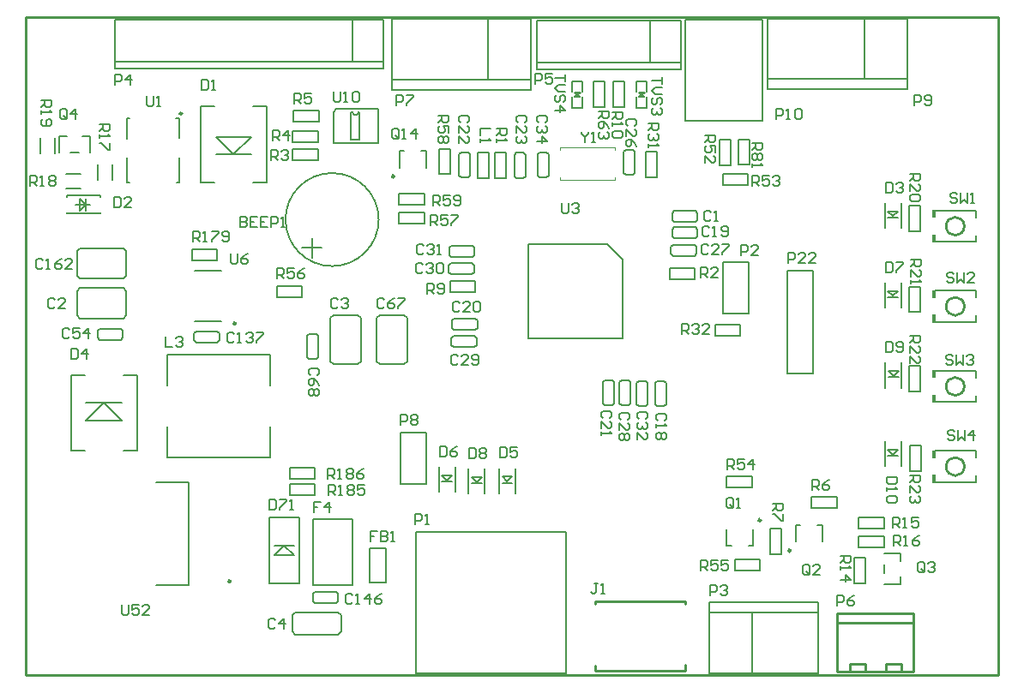
<source format=gto>
%FSLAX25Y25*%
%MOIN*%
G70*
G01*
G75*
%ADD10R,0.02756X0.03347*%
%ADD11R,0.03543X0.03740*%
%ADD12R,0.03543X0.03740*%
%ADD13R,0.05118X0.03937*%
%ADD14R,0.05315X0.02559*%
%ADD15R,0.12992X0.09843*%
%ADD16R,0.10630X0.03937*%
%ADD17R,0.06299X0.12598*%
%ADD18R,0.13780X0.05118*%
%ADD19R,0.07874X0.07874*%
%ADD20R,0.04724X0.01969*%
%ADD21R,0.01181X0.03937*%
%ADD22R,0.02362X0.03937*%
%ADD23R,0.03937X0.07087*%
%ADD24R,0.07284X0.03740*%
%ADD25R,0.26772X0.26772*%
%ADD26R,0.07480X0.11811*%
%ADD27O,0.06890X0.02362*%
%ADD28R,0.03937X0.10630*%
%ADD29R,0.03347X0.02756*%
%ADD30O,0.01181X0.06299*%
%ADD31O,0.06299X0.01181*%
%ADD32R,0.01181X0.06299*%
%ADD33R,0.04331X0.04724*%
%ADD34R,0.04000X0.03000*%
%ADD35R,0.03000X0.04000*%
%ADD36R,0.09843X0.14410*%
%ADD37R,0.07874X0.14410*%
%ADD38R,0.06299X0.01969*%
%ADD39R,0.02126X0.03543*%
%ADD40R,0.06693X0.07874*%
%ADD41R,0.03000X0.03150*%
%ADD42R,0.03937X0.02362*%
%ADD43R,0.04843X0.05354*%
%ADD44C,0.00800*%
%ADD45C,0.04000*%
%ADD46C,0.01000*%
%ADD47C,0.02000*%
%ADD48C,0.03000*%
%ADD49C,0.01500*%
%ADD50C,0.07874*%
%ADD51R,0.07874X0.07874*%
%ADD52C,0.05906*%
%ADD53R,0.05906X0.05906*%
%ADD54R,0.05906X0.05906*%
%ADD55O,0.03937X0.08268*%
%ADD56C,0.02638*%
%ADD57O,0.07874X0.15748*%
%ADD58C,0.19685*%
%ADD59O,0.04724X0.06299*%
%ADD60R,0.04724X0.06299*%
%ADD61O,0.07874X0.11811*%
%ADD62R,0.07874X0.11811*%
%ADD63C,0.08268*%
%ADD64C,0.03000*%
%ADD65C,0.02000*%
%ADD66C,0.04500*%
%ADD67C,0.05000*%
%ADD68C,0.04000*%
%ADD69C,0.05500*%
%ADD70C,0.00984*%
%ADD71C,0.00600*%
%ADD72C,0.00500*%
%ADD73C,0.00787*%
%ADD74C,0.00700*%
%ADD75C,0.00493*%
G36*
X353623Y105999D02*
X352423D01*
Y109090D01*
X353623D01*
Y105999D01*
D02*
G37*
G36*
Y115644D02*
X352423D01*
Y118734D01*
X353623D01*
Y115644D01*
D02*
G37*
G36*
Y74832D02*
X352423D01*
Y77923D01*
X353623D01*
Y74832D01*
D02*
G37*
G36*
Y84477D02*
X352423D01*
Y87568D01*
X353623D01*
Y84477D01*
D02*
G37*
G36*
Y168332D02*
X352423D01*
Y171423D01*
X353623D01*
Y168332D01*
D02*
G37*
G36*
Y177977D02*
X352423D01*
Y181068D01*
X353623D01*
Y177977D01*
D02*
G37*
G36*
Y137166D02*
X352423D01*
Y140256D01*
X353623D01*
Y137166D01*
D02*
G37*
G36*
Y146810D02*
X352423D01*
Y149901D01*
X353623D01*
Y146810D01*
D02*
G37*
D44*
X127019Y219112D02*
G03*
X129381Y219112I1181J0D01*
G01*
X126500D02*
X127019D01*
X129381D02*
X129800D01*
X120720Y220293D02*
X136862D01*
X119538Y219112D02*
X120720Y220293D01*
X119538Y206907D02*
Y219112D01*
Y206907D02*
X136862D01*
Y220293D01*
X126500Y208482D02*
Y219112D01*
Y208482D02*
X129800D01*
Y219112D01*
D46*
X60800Y218600D02*
G03*
X60800Y218600I-500J0D01*
G01*
X364843Y81200D02*
G03*
X364843Y81200I-3543J0D01*
G01*
Y112367D02*
G03*
X364843Y112367I-3543J0D01*
G01*
Y143533D02*
G03*
X364843Y143533I-3543J0D01*
G01*
Y174700D02*
G03*
X364843Y174700I-3543J0D01*
G01*
X315436Y20500D02*
X344964D01*
X315436Y1551D02*
X344964D01*
Y23992D01*
X315436D02*
X344767D01*
X315436Y1551D02*
Y23992D01*
X320200Y1925D02*
Y4425D01*
X326200D01*
X326200Y1925D01*
X334200D02*
Y4425D01*
X340200D01*
X340200Y1925D01*
X221200Y28672D02*
X256397D01*
X221200Y1900D02*
X256397D01*
X221200D02*
Y3900D01*
X256397Y1900D02*
Y4003D01*
Y27697D02*
Y28672D01*
X221200Y27600D02*
Y28672D01*
X213300Y226900D02*
X215300D01*
X238200D02*
X240200D01*
X0Y255906D02*
X377953D01*
Y0D02*
Y255906D01*
X0Y0D02*
Y256000D01*
Y0D02*
X377953D01*
D70*
X285769Y60321D02*
G03*
X285769Y60321I-492J0D01*
G01*
X143315Y194079D02*
G03*
X143315Y194079I-492J0D01*
G01*
X79692Y36565D02*
G03*
X79692Y36565I-492J0D01*
G01*
X81628Y136854D02*
G03*
X81628Y136854I-492J0D01*
G01*
X297315Y48479D02*
G03*
X297315Y48479I-492J0D01*
G01*
D71*
X137210Y177300D02*
G03*
X137210Y177300I-18110J0D01*
G01*
X111226Y162339D02*
Y170213D01*
X107289Y166276D02*
X115163Y166276D01*
X369277Y75132D02*
Y77723D01*
X353323Y75132D02*
X369277D01*
Y84677D02*
Y87268D01*
X353323D02*
X369277D01*
Y106299D02*
Y108889D01*
X353323Y106299D02*
X369277D01*
Y115844D02*
Y118434D01*
X353323D02*
X369277D01*
Y137466D02*
Y140056D01*
X353323Y137466D02*
X369277D01*
Y147011D02*
Y149601D01*
X353323D02*
X369277D01*
Y168632D02*
Y171223D01*
X353323Y168632D02*
X369277D01*
Y178177D02*
Y180768D01*
X353323D02*
X369277D01*
D72*
X145126Y175635D02*
X154969D01*
X145126Y179965D02*
X154969D01*
Y175635D02*
Y179965D01*
X145126Y175635D02*
Y179965D01*
X305426Y65135D02*
X315268D01*
X305426Y69465D02*
X315268D01*
Y65135D02*
Y69465D01*
X305426Y65135D02*
Y69465D01*
X272431Y77365D02*
X282274D01*
X272431Y73035D02*
X282274D01*
X272431D02*
Y77365D01*
X282274Y73035D02*
Y77365D01*
X282500Y758D02*
Y24380D01*
X265689Y758D02*
Y28317D01*
X308000Y758D02*
Y28317D01*
X265689Y758D02*
X308000D01*
X265689Y28317D02*
X308000D01*
X265689Y24380D02*
X308000D01*
X139950Y35944D02*
Y49330D01*
X133650Y35944D02*
Y49330D01*
X139950Y48346D02*
X139950D01*
X133650Y35944D02*
X139950D01*
X133650Y49330D02*
X139950D01*
X333950Y143100D02*
Y152800D01*
X335100Y149562D02*
X337069Y147594D01*
X339037Y149562D01*
X335100D02*
X339037D01*
X335100Y147200D02*
X339037D01*
X340250Y143100D02*
Y152800D01*
X333950Y174100D02*
Y183800D01*
X335100Y180562D02*
X337069Y178594D01*
X339037Y180562D01*
X335100D02*
X339037D01*
X335100Y178200D02*
X339037D01*
X340250Y174100D02*
Y183800D01*
X334150Y111900D02*
Y121600D01*
X335300Y118362D02*
X337268Y116394D01*
X339237Y118362D01*
X335300D02*
X339237D01*
X335300Y116000D02*
X339237D01*
X340450Y111900D02*
Y121600D01*
X130206Y122231D02*
Y138964D01*
X118394Y122231D02*
Y138964D01*
X129024Y121050D02*
X130206Y122231D01*
X118394D02*
X119576Y121050D01*
X118394Y138964D02*
X119576Y140145D01*
X129024D02*
X130206Y138964D01*
X119576Y121050D02*
X129024D01*
X119576Y140145D02*
X129024D01*
X104026Y215435D02*
X113868D01*
X104026Y219765D02*
X113868D01*
Y215435D02*
Y219765D01*
X104026Y215435D02*
Y219765D01*
X184050Y70800D02*
Y80500D01*
X185200Y77262D02*
X187169Y75294D01*
X189137Y77262D01*
X185200D02*
X189137D01*
X185200Y74900D02*
X189137D01*
X190350Y70800D02*
Y80500D01*
X97526Y147235D02*
X107369D01*
X97526Y151565D02*
X107369D01*
Y147235D02*
Y151565D01*
X97526Y147235D02*
Y151565D01*
X166519Y134435D02*
X174787D01*
X175574Y135222D02*
Y137978D01*
X165732Y135222D02*
Y137978D01*
X166519Y138765D02*
X174787D01*
X165732Y137978D02*
X166519Y138765D01*
X165732Y135222D02*
X166519Y134435D01*
X174787D02*
X175574Y135222D01*
X174787Y138765D02*
X175574Y137978D01*
X64631Y165865D02*
X74474D01*
X64631Y161535D02*
X74474D01*
X64631D02*
Y165865D01*
X74474Y161535D02*
Y165865D01*
X54900Y124857D02*
X95057D01*
X54900Y112700D02*
Y124857D01*
Y84700D02*
X95057D01*
Y112700D02*
Y124857D01*
Y84700D02*
Y96858D01*
X54900Y84700D02*
Y96858D01*
X148205Y122231D02*
Y138964D01*
X136395Y122231D02*
Y138964D01*
X147024Y121050D02*
X148205Y122231D01*
X136395D02*
X137576Y121050D01*
X136395Y138964D02*
X137576Y140145D01*
X147024D02*
X148205Y138964D01*
X137576Y121050D02*
X147024D01*
X137576Y140145D02*
X147024D01*
X111823Y35046D02*
Y60637D01*
X127177Y35046D02*
Y60637D01*
X111823D02*
X127177D01*
X111823Y35046D02*
X127177D01*
X94595Y35582D02*
X106405D01*
Y61566D01*
X94595D02*
X106405D01*
X94595Y35582D02*
Y61566D01*
X96563Y46606D02*
X104437D01*
X96563Y50542D02*
X104437D01*
X96563Y46606D02*
X100500Y50542D01*
X104437Y46606D01*
X172150Y70700D02*
Y80400D01*
X173300Y77162D02*
X175268Y75194D01*
X177237Y77162D01*
X173300D02*
X177237D01*
X173300Y74800D02*
X177237D01*
X178450Y70700D02*
Y80400D01*
X160650Y71400D02*
Y81100D01*
X161800Y77862D02*
X163768Y75894D01*
X165737Y77862D01*
X161800D02*
X165737D01*
X161800Y75500D02*
X165737D01*
X166950Y71400D02*
Y81100D01*
X151800Y55900D02*
X210068D01*
Y782D02*
Y55900D01*
X151800Y782D02*
X210068D01*
X151800D02*
Y55900D01*
X13131Y203569D02*
Y209868D01*
X24942Y203569D02*
Y209868D01*
X17265Y203569D02*
X20809D01*
X13131Y209868D02*
X16084D01*
X21990D02*
X24942D01*
X104732Y15769D02*
X121464D01*
X104732Y24431D02*
X121464D01*
X103550Y16950D02*
X104732Y15769D01*
X103550Y23250D02*
X104732Y24431D01*
X121464D02*
X122645Y23250D01*
X121464Y15769D02*
X122645Y16950D01*
X103550D02*
Y23250D01*
X122645Y16950D02*
Y23250D01*
X112319Y28035D02*
X120587D01*
X121374Y28822D02*
Y31578D01*
X111531Y28822D02*
Y31578D01*
X112319Y32365D02*
X120587D01*
X111531Y31578D02*
X112319Y32365D01*
X111531Y28822D02*
X112319Y28035D01*
X120587D02*
X121374Y28822D01*
X120587Y32365D02*
X121374Y31578D01*
X102626Y76435D02*
X112469D01*
X102626Y80765D02*
X112469D01*
Y76435D02*
Y80765D01*
X102626Y76435D02*
Y80765D01*
Y69935D02*
X112469D01*
X102626Y74265D02*
X112469D01*
Y69935D02*
Y74265D01*
X102626Y69935D02*
Y74265D01*
X66219Y129535D02*
X74487D01*
X75274Y130322D02*
Y133078D01*
X65431Y130322D02*
Y133078D01*
X66219Y133865D02*
X74487D01*
X65431Y133078D02*
X66219Y133865D01*
X65431Y130322D02*
X66219Y129535D01*
X74487D02*
X75274Y130322D01*
X74487Y133865D02*
X75274Y133078D01*
X28719Y130535D02*
X36987D01*
X37774Y131322D02*
Y134078D01*
X27931Y131322D02*
Y134078D01*
X28719Y134865D02*
X36987D01*
X27931Y134078D02*
X28719Y134865D01*
X27931Y131322D02*
X28719Y130535D01*
X36987D02*
X37774Y131322D01*
X36987Y134865D02*
X37774Y134078D01*
X21136Y150605D02*
X37868D01*
X21136Y138795D02*
X37868D01*
Y150605D02*
X39050Y149424D01*
X37868Y138795D02*
X39050Y139976D01*
X19955D02*
X21136Y138795D01*
X19955Y149424D02*
X21136Y150605D01*
X39050Y139976D02*
Y149424D01*
X19955Y139976D02*
Y149424D01*
X21136Y166105D02*
X37868D01*
X21136Y154295D02*
X37868D01*
Y166105D02*
X39050Y164924D01*
X37868Y154295D02*
X39050Y155476D01*
X19955D02*
X21136Y154295D01*
X19955Y164924D02*
X21136Y166105D01*
X39050Y155476D02*
Y164924D01*
X19955Y155476D02*
Y164924D01*
X113665Y123719D02*
Y131987D01*
X110122Y132774D02*
X112878D01*
X110122Y122932D02*
X112878D01*
X109335Y123719D02*
Y131987D01*
Y123719D02*
X110122Y122932D01*
X112878D02*
X113665Y123719D01*
X112878Y132774D02*
X113665Y131987D01*
X109335D02*
X110122Y132774D01*
X166219Y127635D02*
X174487D01*
X175274Y128422D02*
Y131178D01*
X165431Y128422D02*
Y131178D01*
X166219Y131965D02*
X174487D01*
X165431Y131178D02*
X166219Y131965D01*
X165431Y128422D02*
X166219Y127635D01*
X174487D02*
X175274Y128422D01*
X174487Y131965D02*
X175274Y131178D01*
X164931Y153565D02*
X174774D01*
X164931Y149235D02*
X174774D01*
X164931D02*
Y153565D01*
X174774Y149235D02*
Y153565D01*
X165219Y155935D02*
X173487D01*
X174274Y156722D02*
Y159478D01*
X164432Y156722D02*
Y159478D01*
X165219Y160265D02*
X173487D01*
X164432Y159478D02*
X165219Y160265D01*
X164432Y156722D02*
X165219Y155935D01*
X173487D02*
X174274Y156722D01*
X173487Y160265D02*
X174274Y159478D01*
X165419Y162735D02*
X173687D01*
X174474Y163522D02*
Y166278D01*
X164631Y163522D02*
Y166278D01*
X165419Y167065D02*
X173687D01*
X164631Y166278D02*
X165419Y167065D01*
X164631Y163522D02*
X165419Y162735D01*
X173687D02*
X174474Y163522D01*
X173687Y167065D02*
X174474Y166278D01*
X226059Y167760D02*
X232102Y161716D01*
Y131028D02*
Y161716D01*
X195370Y131028D02*
X232102D01*
X195370D02*
Y167760D01*
X195370D02*
X226059D01*
X228665Y105719D02*
Y113987D01*
X225122Y114774D02*
X227878D01*
X225122Y104931D02*
X227878D01*
X224335Y105719D02*
Y113987D01*
Y105719D02*
X225122Y104931D01*
X227878D02*
X228665Y105719D01*
X227878Y114774D02*
X228665Y113987D01*
X224335D02*
X225122Y114774D01*
X235165Y105819D02*
Y114087D01*
X231622Y114874D02*
X234378D01*
X231622Y105032D02*
X234378D01*
X230835Y105819D02*
Y114087D01*
Y105819D02*
X231622Y105032D01*
X234378D02*
X235165Y105819D01*
X234378Y114874D02*
X235165Y114087D01*
X230835D02*
X231622Y114874D01*
X241765Y105419D02*
Y113687D01*
X238222Y114474D02*
X240978D01*
X238222Y104631D02*
X240978D01*
X237435Y105419D02*
Y113687D01*
Y105419D02*
X238222Y104631D01*
X240978D02*
X241765Y105419D01*
X240978Y114474D02*
X241765Y113687D01*
X237435D02*
X238222Y114474D01*
X248865Y105419D02*
Y113687D01*
X245322Y114474D02*
X248078D01*
X245322Y104631D02*
X248078D01*
X244535Y105419D02*
Y113687D01*
Y105419D02*
X245322Y104631D01*
X248078D02*
X248865Y105419D01*
X248078Y114474D02*
X248865Y113687D01*
X244535D02*
X245322Y114474D01*
X145031Y187465D02*
X154874D01*
X145031Y183135D02*
X154874D01*
X145031D02*
Y187465D01*
X154874Y183135D02*
Y187465D01*
X19500Y183200D02*
X25000D01*
X29000Y179657D02*
Y180200D01*
Y186200D02*
Y186743D01*
X16000Y179657D02*
Y180200D01*
Y186200D02*
Y186743D01*
X23400Y180800D02*
Y185524D01*
X21038D02*
X23400Y183162D01*
X21038Y180800D02*
Y185524D01*
Y180800D02*
X23400Y183162D01*
X16000Y179657D02*
X29000D01*
X16000Y186743D02*
X29000D01*
X58600Y191900D02*
X59600D01*
X39324D02*
X40300D01*
X58500Y216900D02*
X59600D01*
X39324D02*
X40200D01*
X39324Y191900D02*
Y201349D01*
Y208600D02*
Y216900D01*
X59600Y191900D02*
Y201349D01*
Y209100D02*
Y216900D01*
X103726Y200535D02*
X113568D01*
X103726Y204865D02*
X113568D01*
Y200535D02*
Y204865D01*
X103726Y200535D02*
Y204865D01*
X103832Y211865D02*
X113674D01*
X103832Y207535D02*
X113674D01*
X103832D02*
Y211865D01*
X113674Y207535D02*
Y211865D01*
X34800Y254914D02*
X139071D01*
Y236017D02*
Y254914D01*
X34800Y236017D02*
X139071D01*
X34800Y238576D02*
X139071D01*
X127063D02*
Y254914D01*
X34800Y236017D02*
Y254914D01*
X179700Y231720D02*
Y255342D01*
X196511Y227783D02*
Y255342D01*
X142200Y227783D02*
Y255342D01*
X196511D01*
X142200Y227783D02*
X196511D01*
X142200Y231720D02*
X196511D01*
X164965Y194926D02*
Y204768D01*
X160635Y194926D02*
Y204768D01*
X164965D01*
X160635Y194926D02*
X164965D01*
X168435Y194413D02*
Y202681D01*
X169222Y193626D02*
X171978D01*
X169222Y203468D02*
X171978D01*
X172765Y194413D02*
Y202681D01*
X171978Y203468D02*
X172765Y202681D01*
X168435D02*
X169222Y203468D01*
X168435Y194413D02*
X169222Y193626D01*
X171978D02*
X172765Y194413D01*
X175535Y193431D02*
Y203274D01*
X179865Y193431D02*
Y203274D01*
X175535Y193431D02*
X179865D01*
X175535Y203274D02*
X179865D01*
X186765Y193426D02*
Y203269D01*
X182435Y193426D02*
Y203269D01*
X186765D01*
X182435Y193426D02*
X186765D01*
X189935Y194213D02*
Y202481D01*
X190722Y193426D02*
X193478D01*
X190722Y203269D02*
X193478D01*
X194265Y194213D02*
Y202481D01*
X193478Y203269D02*
X194265Y202481D01*
X189935D02*
X190722Y203269D01*
X189935Y194213D02*
X190722Y193426D01*
X193478D02*
X194265Y194213D01*
X203265Y194419D02*
Y202687D01*
X199722Y203474D02*
X202478D01*
X199722Y193631D02*
X202478D01*
X198935Y194419D02*
Y202687D01*
Y194419D02*
X199722Y193631D01*
X202478D02*
X203265Y194419D01*
X202478Y203474D02*
X203265Y202687D01*
X198935D02*
X199722Y203474D01*
X236765Y195419D02*
Y203687D01*
X233222Y204474D02*
X235978D01*
X233222Y194632D02*
X235978D01*
X232435Y195419D02*
Y203687D01*
Y195419D02*
X233222Y194632D01*
X235978D02*
X236765Y195419D01*
X235978Y204474D02*
X236765Y203687D01*
X232435D02*
X233222Y204474D01*
X245465Y193826D02*
Y203668D01*
X241135Y193826D02*
Y203668D01*
X245465D01*
X241135Y193826D02*
X245465D01*
X224865Y221126D02*
Y230968D01*
X220535Y221126D02*
Y230968D01*
X224865D01*
X220535Y221126D02*
X224865D01*
X232665D02*
Y230968D01*
X228335Y221126D02*
Y230968D01*
X232665D01*
X228335Y221126D02*
X232665D01*
X273965Y198426D02*
Y208268D01*
X269635Y198426D02*
Y208268D01*
X273965D01*
X269635Y198426D02*
X273965D01*
X281465Y198626D02*
Y208469D01*
X277135Y198626D02*
Y208469D01*
X281465D01*
X277135Y198626D02*
X281465D01*
X270926Y190735D02*
X280768D01*
X270926Y195065D02*
X280768D01*
Y190735D02*
Y195065D01*
X270926Y190735D02*
Y195065D01*
X252013Y180665D02*
X260281D01*
X251226Y177122D02*
Y179878D01*
X261069Y177122D02*
Y179878D01*
X252013Y176335D02*
X260281D01*
X261069Y177122D01*
X260281Y180665D02*
X261069Y179878D01*
X251226D02*
X252013Y180665D01*
X251226Y177122D02*
X252013Y176335D01*
X251613Y167565D02*
X259881D01*
X250826Y164022D02*
Y166778D01*
X260668Y164022D02*
Y166778D01*
X251613Y163235D02*
X259881D01*
X260668Y164022D01*
X259881Y167565D02*
X260668Y166778D01*
X250826D02*
X251613Y167565D01*
X250826Y164022D02*
X251613Y163235D01*
X250331Y158465D02*
X260174D01*
X250331Y154135D02*
X260174D01*
X250331D02*
Y158465D01*
X260174Y154135D02*
Y158465D01*
X252013Y174265D02*
X260281D01*
X251226Y170722D02*
Y173478D01*
X261069Y170722D02*
Y173478D01*
X252013Y169935D02*
X260281D01*
X261069Y170722D01*
X260281Y174265D02*
X261069Y173478D01*
X251226D02*
X252013Y174265D01*
X251226Y170722D02*
X252013Y169935D01*
X267926Y132035D02*
X277768D01*
X267926Y136365D02*
X277768D01*
Y132035D02*
Y136365D01*
X267926Y132035D02*
Y136365D01*
X275631Y44965D02*
X285474D01*
X275631Y40635D02*
X285474D01*
X275631D02*
Y44965D01*
X285474Y40635D02*
Y44965D01*
X289435Y47131D02*
Y56974D01*
X293765Y47131D02*
Y56974D01*
X289435Y47131D02*
X293765D01*
X289435Y56974D02*
X293765D01*
X323826Y57035D02*
X333668D01*
X323826Y61365D02*
X333668D01*
Y57035D02*
Y61365D01*
X323826Y57035D02*
Y61365D01*
X323726Y49735D02*
X333569D01*
X323726Y54065D02*
X333569D01*
Y49735D02*
Y54065D01*
X323726Y49735D02*
Y54065D01*
X333569Y47368D02*
X339868D01*
X333569Y35557D02*
X339868D01*
X333569Y39691D02*
Y43235D01*
X339868Y44416D02*
Y47368D01*
Y35557D02*
Y38510D01*
X321935Y35831D02*
Y45674D01*
X326265Y35831D02*
Y45674D01*
X321935Y35831D02*
X326265D01*
X321935Y45674D02*
X326265D01*
X333950Y81300D02*
Y91000D01*
X335100Y87762D02*
X337069Y85794D01*
X339037Y87762D01*
X335100D02*
X339037D01*
X335100Y85400D02*
X339037D01*
X340250Y81300D02*
Y91000D01*
X325900Y231920D02*
Y255542D01*
X342711Y227983D02*
Y255542D01*
X288400Y227983D02*
Y255542D01*
X342711D01*
X288400Y227983D02*
X342711D01*
X288400Y231920D02*
X342711D01*
X256450Y255141D02*
X286371D01*
X286300Y215771D02*
Y255200D01*
X256450Y215771D02*
X286300D01*
X256450D02*
Y255141D01*
X198800Y235817D02*
Y254714D01*
X242563Y238376D02*
Y254714D01*
X199000Y238376D02*
X254571D01*
X198800Y235817D02*
X254571D01*
Y254714D01*
X198800D02*
X254571D01*
X343335Y182674D02*
X347665D01*
X343335Y172831D02*
X347665D01*
Y182674D01*
X343335Y172831D02*
Y182674D01*
X343435Y151125D02*
X347765D01*
X343435Y141283D02*
X347765D01*
Y151125D01*
X343435Y141283D02*
Y151125D01*
X343335Y120274D02*
X347665D01*
X343335Y110432D02*
X347665D01*
Y120274D01*
X343335Y110432D02*
Y120274D01*
X343535Y89274D02*
X347865D01*
X343535Y79431D02*
X347865D01*
Y89274D01*
X343535Y79431D02*
Y89274D01*
X262500Y40800D02*
Y44799D01*
X264499D01*
X265166Y44132D01*
Y42799D01*
X264499Y42133D01*
X262500D01*
X263833D02*
X265166Y40800D01*
X269164Y44799D02*
X266499D01*
Y42799D01*
X267832Y43466D01*
X268498D01*
X269164Y42799D01*
Y41466D01*
X268498Y40800D01*
X267165D01*
X266499Y41466D01*
X273163Y44799D02*
X270497D01*
Y42799D01*
X271830Y43466D01*
X272497D01*
X273163Y42799D01*
Y41466D01*
X272497Y40800D01*
X271164D01*
X270497Y41466D01*
X305700Y72200D02*
Y76199D01*
X307699D01*
X308366Y75532D01*
Y74199D01*
X307699Y73533D01*
X305700D01*
X307033D02*
X308366Y72200D01*
X312365Y76199D02*
X311032Y75532D01*
X309699Y74199D01*
Y72866D01*
X310365Y72200D01*
X311698D01*
X312365Y72866D01*
Y73533D01*
X311698Y74199D01*
X309699D01*
X290200Y66700D02*
X294199D01*
Y64701D01*
X293532Y64034D01*
X292199D01*
X291533Y64701D01*
Y66700D01*
Y65367D02*
X290200Y64034D01*
X294199Y62701D02*
Y60036D01*
X293532D01*
X290866Y62701D01*
X290200D01*
X272700Y80100D02*
Y84099D01*
X274699D01*
X275366Y83432D01*
Y82099D01*
X274699Y81433D01*
X272700D01*
X274033D02*
X275366Y80100D01*
X279364Y84099D02*
X276699D01*
Y82099D01*
X278032Y82766D01*
X278698D01*
X279364Y82099D01*
Y80766D01*
X278698Y80100D01*
X277365D01*
X276699Y80766D01*
X282697Y80100D02*
Y84099D01*
X280697Y82099D01*
X283363D01*
X291800Y216500D02*
Y220499D01*
X293799D01*
X294466Y219832D01*
Y218499D01*
X293799Y217833D01*
X291800D01*
X295799Y216500D02*
X297132D01*
X296465D01*
Y220499D01*
X295799Y219832D01*
X299131D02*
X299797Y220499D01*
X301130D01*
X301797Y219832D01*
Y217166D01*
X301130Y216500D01*
X299797D01*
X299131Y217166D01*
Y219832D01*
X345500Y221800D02*
Y225799D01*
X347499D01*
X348166Y225132D01*
Y223799D01*
X347499Y223133D01*
X345500D01*
X349499Y222466D02*
X350165Y221800D01*
X351498D01*
X352165Y222466D01*
Y225132D01*
X351498Y225799D01*
X350165D01*
X349499Y225132D01*
Y224466D01*
X350165Y223799D01*
X352165D01*
X360566Y155932D02*
X359899Y156599D01*
X358566D01*
X357900Y155932D01*
Y155266D01*
X358566Y154599D01*
X359899D01*
X360566Y153933D01*
Y153267D01*
X359899Y152600D01*
X358566D01*
X357900Y153267D01*
X361899Y156599D02*
Y152600D01*
X363232Y153933D01*
X364564Y152600D01*
Y156599D01*
X368563Y152600D02*
X365897D01*
X368563Y155266D01*
Y155932D01*
X367897Y156599D01*
X366564D01*
X365897Y155932D01*
X361866Y187232D02*
X361199Y187899D01*
X359866D01*
X359200Y187232D01*
Y186566D01*
X359866Y185899D01*
X361199D01*
X361866Y185233D01*
Y184566D01*
X361199Y183900D01*
X359866D01*
X359200Y184566D01*
X363199Y187899D02*
Y183900D01*
X364532Y185233D01*
X365864Y183900D01*
Y187899D01*
X367197Y183900D02*
X368530D01*
X367864D01*
Y187899D01*
X367197Y187232D01*
X361066Y94732D02*
X360399Y95399D01*
X359066D01*
X358400Y94732D01*
Y94066D01*
X359066Y93399D01*
X360399D01*
X361066Y92733D01*
Y92066D01*
X360399Y91400D01*
X359066D01*
X358400Y92066D01*
X362399Y95399D02*
Y91400D01*
X363732Y92733D01*
X365065Y91400D01*
Y95399D01*
X368397Y91400D02*
Y95399D01*
X366397Y93399D01*
X369063D01*
X360266Y124132D02*
X359599Y124799D01*
X358266D01*
X357600Y124132D01*
Y123466D01*
X358266Y122799D01*
X359599D01*
X360266Y122133D01*
Y121467D01*
X359599Y120800D01*
X358266D01*
X357600Y121467D01*
X361599Y124799D02*
Y120800D01*
X362932Y122133D01*
X364264Y120800D01*
Y124799D01*
X365597Y124132D02*
X366264Y124799D01*
X367597D01*
X368263Y124132D01*
Y123466D01*
X367597Y122799D01*
X366930D01*
X367597D01*
X368263Y122133D01*
Y121467D01*
X367597Y120800D01*
X366264D01*
X365597Y121467D01*
X343600Y77700D02*
X347599D01*
Y75701D01*
X346932Y75034D01*
X345599D01*
X344933Y75701D01*
Y77700D01*
Y76367D02*
X343600Y75034D01*
Y71035D02*
Y73701D01*
X346266Y71035D01*
X346932D01*
X347599Y71702D01*
Y73035D01*
X346932Y73701D01*
Y69703D02*
X347599Y69036D01*
Y67703D01*
X346932Y67037D01*
X346266D01*
X345599Y67703D01*
Y68370D01*
Y67703D01*
X344933Y67037D01*
X344266D01*
X343600Y67703D01*
Y69036D01*
X344266Y69703D01*
X343900Y161800D02*
X347899D01*
Y159801D01*
X347232Y159134D01*
X345899D01*
X345233Y159801D01*
Y161800D01*
Y160467D02*
X343900Y159134D01*
Y155136D02*
Y157801D01*
X346566Y155136D01*
X347232D01*
X347899Y155802D01*
Y157135D01*
X347232Y157801D01*
X343900Y153803D02*
Y152470D01*
Y153136D01*
X347899D01*
X347232Y153803D01*
X343700Y195000D02*
X347699D01*
Y193001D01*
X347032Y192334D01*
X345699D01*
X345033Y193001D01*
Y195000D01*
Y193667D02*
X343700Y192334D01*
Y188336D02*
Y191001D01*
X346366Y188336D01*
X347032D01*
X347699Y189002D01*
Y190335D01*
X347032Y191001D01*
Y187003D02*
X347699Y186336D01*
Y185003D01*
X347032Y184337D01*
X344366D01*
X343700Y185003D01*
Y186336D01*
X344366Y187003D01*
X347032D01*
X343700Y132100D02*
X347699D01*
Y130101D01*
X347032Y129434D01*
X345699D01*
X345033Y130101D01*
Y132100D01*
Y130767D02*
X343700Y129434D01*
Y125435D02*
Y128101D01*
X346366Y125435D01*
X347032D01*
X347699Y126102D01*
Y127435D01*
X347032Y128101D01*
X343700Y121437D02*
Y124103D01*
X346366Y121437D01*
X347032D01*
X347699Y122103D01*
Y123436D01*
X347032Y124103D01*
X136566Y56099D02*
X133900D01*
Y54099D01*
X135233D01*
X133900D01*
Y52100D01*
X137899Y56099D02*
Y52100D01*
X139898D01*
X140565Y52766D01*
Y53433D01*
X139898Y54099D01*
X137899D01*
X139898D01*
X140565Y54766D01*
Y55432D01*
X139898Y56099D01*
X137899D01*
X141897Y52100D02*
X143230D01*
X142564D01*
Y56099D01*
X141897Y55432D01*
X334200Y160899D02*
Y156900D01*
X336199D01*
X336866Y157566D01*
Y160232D01*
X336199Y160899D01*
X334200D01*
X338199D02*
X340864D01*
Y160232D01*
X338199Y157566D01*
Y156900D01*
X334200Y191899D02*
Y187900D01*
X336199D01*
X336866Y188567D01*
Y191232D01*
X336199Y191899D01*
X334200D01*
X338199Y191232D02*
X338865Y191899D01*
X340198D01*
X340864Y191232D01*
Y190566D01*
X340198Y189899D01*
X339532D01*
X340198D01*
X340864Y189233D01*
Y188567D01*
X340198Y187900D01*
X338865D01*
X338199Y188567D01*
X334400Y129699D02*
Y125700D01*
X336399D01*
X337066Y126366D01*
Y129032D01*
X336399Y129699D01*
X334400D01*
X338399Y126366D02*
X339065Y125700D01*
X340398D01*
X341065Y126366D01*
Y129032D01*
X340398Y129699D01*
X339065D01*
X338399Y129032D01*
Y128366D01*
X339065Y127699D01*
X341065D01*
X338699Y77200D02*
X334700D01*
Y75201D01*
X335366Y74534D01*
X338032D01*
X338699Y75201D01*
Y77200D01*
X334700Y73201D02*
Y71868D01*
Y72535D01*
X338699D01*
X338032Y73201D01*
Y69869D02*
X338699Y69203D01*
Y67870D01*
X338032Y67203D01*
X335366D01*
X334700Y67870D01*
Y69203D01*
X335366Y69869D01*
X338032D01*
X208400Y183699D02*
Y180367D01*
X209066Y179700D01*
X210399D01*
X211066Y180367D01*
Y183699D01*
X212399Y183032D02*
X213065Y183699D01*
X214398D01*
X215065Y183032D01*
Y182366D01*
X214398Y181699D01*
X213732D01*
X214398D01*
X215065Y181033D01*
Y180367D01*
X214398Y179700D01*
X213065D01*
X212399Y180367D01*
X46862Y225399D02*
Y222066D01*
X47529Y221400D01*
X48862D01*
X49528Y222066D01*
Y225399D01*
X50861Y221400D02*
X52194D01*
X51527D01*
Y225399D01*
X50861Y224732D01*
X96866Y21332D02*
X96199Y21999D01*
X94866D01*
X94200Y21332D01*
Y18666D01*
X94866Y18000D01*
X96199D01*
X96866Y18666D01*
X100198Y18000D02*
Y21999D01*
X98199Y19999D01*
X100865D01*
X209599Y233700D02*
Y231034D01*
Y232367D01*
X205600D01*
X209599Y229701D02*
X206933D01*
X205600Y228368D01*
X206933Y227035D01*
X209599D01*
X208932Y223037D02*
X209599Y223703D01*
Y225036D01*
X208932Y225703D01*
X208266D01*
X207599Y225036D01*
Y223703D01*
X206933Y223037D01*
X206266D01*
X205600Y223703D01*
Y225036D01*
X206266Y225703D01*
X205600Y219705D02*
X209599D01*
X207599Y221704D01*
Y219038D01*
X247199Y232600D02*
Y229934D01*
Y231267D01*
X243200D01*
X247199Y228601D02*
X244533D01*
X243200Y227268D01*
X244533Y225936D01*
X247199D01*
X246532Y221937D02*
X247199Y222603D01*
Y223936D01*
X246532Y224603D01*
X245866D01*
X245199Y223936D01*
Y222603D01*
X244533Y221937D01*
X243866D01*
X243200Y222603D01*
Y223936D01*
X243866Y224603D01*
X246532Y220604D02*
X247199Y219937D01*
Y218604D01*
X246532Y217938D01*
X245866D01*
X245199Y218604D01*
Y219271D01*
Y218604D01*
X244533Y217938D01*
X243866D01*
X243200Y218604D01*
Y219937D01*
X243866Y220604D01*
X197900Y230100D02*
Y234099D01*
X199899D01*
X200566Y233432D01*
Y232099D01*
X199899Y231433D01*
X197900D01*
X204564Y234099D02*
X201899D01*
Y232099D01*
X203232Y232766D01*
X203898D01*
X204564Y232099D01*
Y230766D01*
X203898Y230100D01*
X202565D01*
X201899Y230766D01*
X16066Y216966D02*
Y219632D01*
X15399Y220299D01*
X14066D01*
X13400Y219632D01*
Y216966D01*
X14066Y216300D01*
X15399D01*
X14733Y217633D02*
X16066Y216300D01*
X15399D02*
X16066Y216966D01*
X19398Y216300D02*
Y220299D01*
X17399Y218299D01*
X20064D01*
X304766Y39766D02*
Y42432D01*
X304099Y43099D01*
X302766D01*
X302100Y42432D01*
Y39766D01*
X302766Y39100D01*
X304099D01*
X303433Y40433D02*
X304766Y39100D01*
X304099D02*
X304766Y39766D01*
X308765Y39100D02*
X306099D01*
X308765Y41766D01*
Y42432D01*
X308098Y43099D01*
X306765D01*
X306099Y42432D01*
X34400Y186099D02*
Y182100D01*
X36399D01*
X37066Y182766D01*
Y185432D01*
X36399Y186099D01*
X34400D01*
X41065Y182100D02*
X38399D01*
X41065Y184766D01*
Y185432D01*
X40398Y186099D01*
X39065D01*
X38399Y185432D01*
X68200Y231799D02*
Y227800D01*
X70199D01*
X70866Y228466D01*
Y231132D01*
X70199Y231799D01*
X68200D01*
X72199Y227800D02*
X73532D01*
X72865D01*
Y231799D01*
X72199Y231132D01*
X222700Y219500D02*
X226699D01*
Y217501D01*
X226032Y216834D01*
X224699D01*
X224033Y217501D01*
Y219500D01*
Y218167D02*
X222700Y216834D01*
X226699Y212836D02*
X226032Y214168D01*
X224699Y215501D01*
X223366D01*
X222700Y214835D01*
Y213502D01*
X223366Y212836D01*
X224033D01*
X224699Y213502D01*
Y215501D01*
X226032Y211503D02*
X226699Y210836D01*
Y209503D01*
X226032Y208837D01*
X225366D01*
X224699Y209503D01*
Y210170D01*
Y209503D01*
X224033Y208837D01*
X223366D01*
X222700Y209503D01*
Y210836D01*
X223366Y211503D01*
X254900Y132600D02*
Y136599D01*
X256899D01*
X257566Y135932D01*
Y134599D01*
X256899Y133933D01*
X254900D01*
X256233D02*
X257566Y132600D01*
X258899Y135932D02*
X259565Y136599D01*
X260898D01*
X261564Y135932D01*
Y135266D01*
X260898Y134599D01*
X260232D01*
X260898D01*
X261564Y133933D01*
Y133266D01*
X260898Y132600D01*
X259565D01*
X258899Y133266D01*
X265563Y132600D02*
X262897D01*
X265563Y135266D01*
Y135932D01*
X264897Y136599D01*
X263564D01*
X262897Y135932D01*
X6100Y223700D02*
X10099D01*
Y221701D01*
X9432Y221034D01*
X8099D01*
X7433Y221701D01*
Y223700D01*
Y222367D02*
X6100Y221034D01*
Y219701D02*
Y218368D01*
Y219035D01*
X10099D01*
X9432Y219701D01*
X6767Y216369D02*
X6100Y215703D01*
Y214370D01*
X6767Y213703D01*
X9432D01*
X10099Y214370D01*
Y215703D01*
X9432Y216369D01*
X8766D01*
X8099Y215703D01*
Y213703D01*
X1600Y190500D02*
Y194499D01*
X3599D01*
X4266Y193832D01*
Y192499D01*
X3599Y191833D01*
X1600D01*
X2933D02*
X4266Y190500D01*
X5599D02*
X6932D01*
X6265D01*
Y194499D01*
X5599Y193832D01*
X8931D02*
X9597Y194499D01*
X10930D01*
X11597Y193832D01*
Y193166D01*
X10930Y192499D01*
X11597Y191833D01*
Y191166D01*
X10930Y190500D01*
X9597D01*
X8931Y191166D01*
Y191833D01*
X9597Y192499D01*
X8931Y193166D01*
Y193832D01*
X9597Y192499D02*
X10930D01*
X28600Y214300D02*
X32599D01*
Y212301D01*
X31932Y211634D01*
X30599D01*
X29933Y212301D01*
Y214300D01*
Y212967D02*
X28600Y211634D01*
Y210301D02*
Y208968D01*
Y209635D01*
X32599D01*
X31932Y210301D01*
X32599Y206969D02*
Y204303D01*
X31932D01*
X29266Y206969D01*
X28600D01*
X337500Y50400D02*
Y54399D01*
X339499D01*
X340166Y53732D01*
Y52399D01*
X339499Y51733D01*
X337500D01*
X338833D02*
X340166Y50400D01*
X341499D02*
X342832D01*
X342165D01*
Y54399D01*
X341499Y53732D01*
X347497Y54399D02*
X346164Y53732D01*
X344831Y52399D01*
Y51066D01*
X345497Y50400D01*
X346830D01*
X347497Y51066D01*
Y51733D01*
X346830Y52399D01*
X344831D01*
X337002Y57498D02*
Y61496D01*
X339002D01*
X339668Y60830D01*
Y59497D01*
X339002Y58830D01*
X337002D01*
X338335D02*
X339668Y57498D01*
X341001D02*
X342334D01*
X341668D01*
Y61496D01*
X341001Y60830D01*
X346999Y61496D02*
X344333D01*
Y59497D01*
X345666Y60163D01*
X346333D01*
X346999Y59497D01*
Y58164D01*
X346333Y57498D01*
X345000D01*
X344333Y58164D01*
X316700Y46400D02*
X320699D01*
Y44401D01*
X320032Y43734D01*
X318699D01*
X318033Y44401D01*
Y46400D01*
Y45067D02*
X316700Y43734D01*
Y42401D02*
Y41068D01*
Y41735D01*
X320699D01*
X320032Y42401D01*
X316700Y37070D02*
X320699D01*
X318699Y39069D01*
Y36403D01*
X104300Y222500D02*
Y226499D01*
X106299D01*
X106966Y225832D01*
Y224499D01*
X106299Y223833D01*
X104300D01*
X105633D02*
X106966Y222500D01*
X110965Y226499D02*
X108299D01*
Y224499D01*
X109632Y225166D01*
X110298D01*
X110965Y224499D01*
Y223166D01*
X110298Y222500D01*
X108965D01*
X108299Y223166D01*
X96000Y208000D02*
Y211999D01*
X97999D01*
X98666Y211332D01*
Y209999D01*
X97999Y209333D01*
X96000D01*
X97333D02*
X98666Y208000D01*
X101998D02*
Y211999D01*
X99999Y209999D01*
X102664D01*
X95500Y200300D02*
Y204299D01*
X97499D01*
X98166Y203632D01*
Y202299D01*
X97499Y201633D01*
X95500D01*
X96833D02*
X98166Y200300D01*
X99499Y203632D02*
X100165Y204299D01*
X101498D01*
X102164Y203632D01*
Y202966D01*
X101498Y202299D01*
X100832D01*
X101498D01*
X102164Y201633D01*
Y200967D01*
X101498Y200300D01*
X100165D01*
X99499Y200967D01*
X262300Y154800D02*
Y158799D01*
X264299D01*
X264966Y158132D01*
Y156799D01*
X264299Y156133D01*
X262300D01*
X263633D02*
X264966Y154800D01*
X268965D02*
X266299D01*
X268965Y157466D01*
Y158132D01*
X268298Y158799D01*
X266965D01*
X266299Y158132D01*
X349366Y40866D02*
Y43532D01*
X348699Y44199D01*
X347366D01*
X346700Y43532D01*
Y40866D01*
X347366Y40200D01*
X348699D01*
X348033Y41533D02*
X349366Y40200D01*
X348699D02*
X349366Y40866D01*
X350699Y43532D02*
X351365Y44199D01*
X352698D01*
X353364Y43532D01*
Y42866D01*
X352698Y42199D01*
X352032D01*
X352698D01*
X353364Y41533D01*
Y40866D01*
X352698Y40200D01*
X351365D01*
X350699Y40866D01*
X274866Y65766D02*
Y68432D01*
X274199Y69099D01*
X272866D01*
X272200Y68432D01*
Y65766D01*
X272866Y65100D01*
X274199D01*
X273533Y66433D02*
X274866Y65100D01*
X274199D02*
X274866Y65766D01*
X276199Y65100D02*
X277532D01*
X276865D01*
Y69099D01*
X276199Y68432D01*
X184300Y88599D02*
Y84600D01*
X186299D01*
X186966Y85266D01*
Y87932D01*
X186299Y88599D01*
X184300D01*
X190964D02*
X188299D01*
Y86599D01*
X189632Y87266D01*
X190298D01*
X190964Y86599D01*
Y85266D01*
X190298Y84600D01*
X188965D01*
X188299Y85266D01*
X6666Y161432D02*
X5999Y162099D01*
X4666D01*
X4000Y161432D01*
Y158766D01*
X4666Y158100D01*
X5999D01*
X6666Y158766D01*
X7999Y158100D02*
X9332D01*
X8665D01*
Y162099D01*
X7999Y161432D01*
X13997Y162099D02*
X12664Y161432D01*
X11331Y160099D01*
Y158766D01*
X11997Y158100D01*
X13330D01*
X13997Y158766D01*
Y159433D01*
X13330Y160099D01*
X11331D01*
X17996Y158100D02*
X15330D01*
X17996Y160766D01*
Y161432D01*
X17329Y162099D01*
X15996D01*
X15330Y161432D01*
X121266Y146232D02*
X120599Y146899D01*
X119266D01*
X118600Y146232D01*
Y143567D01*
X119266Y142900D01*
X120599D01*
X121266Y143567D01*
X122599Y146232D02*
X123265Y146899D01*
X124598D01*
X125265Y146232D01*
Y145566D01*
X124598Y144899D01*
X123932D01*
X124598D01*
X125265Y144233D01*
Y143567D01*
X124598Y142900D01*
X123265D01*
X122599Y143567D01*
X266366Y180232D02*
X265699Y180899D01*
X264366D01*
X263700Y180232D01*
Y177567D01*
X264366Y176900D01*
X265699D01*
X266366Y177567D01*
X267699Y176900D02*
X269032D01*
X268365D01*
Y180899D01*
X267699Y180232D01*
X83200Y178499D02*
Y174500D01*
X85199D01*
X85866Y175166D01*
Y175833D01*
X85199Y176499D01*
X83200D01*
X85199D01*
X85866Y177166D01*
Y177832D01*
X85199Y178499D01*
X83200D01*
X89864D02*
X87199D01*
Y174500D01*
X89864D01*
X87199Y176499D02*
X88532D01*
X93863Y178499D02*
X91197D01*
Y174500D01*
X93863D01*
X91197Y176499D02*
X92530D01*
X95196Y174500D02*
Y178499D01*
X97196D01*
X97862Y177832D01*
Y176499D01*
X97196Y175833D01*
X95196D01*
X99195Y174500D02*
X100528D01*
X99861D01*
Y178499D01*
X99195Y177832D01*
X158251Y182730D02*
Y186729D01*
X160250D01*
X160916Y186063D01*
Y184730D01*
X160250Y184063D01*
X158251D01*
X159583D02*
X160916Y182730D01*
X164915Y186729D02*
X162249D01*
Y184730D01*
X163582Y185396D01*
X164249D01*
X164915Y184730D01*
Y183397D01*
X164249Y182730D01*
X162916D01*
X162249Y183397D01*
X166248D02*
X166914Y182730D01*
X168247D01*
X168914Y183397D01*
Y186063D01*
X168247Y186729D01*
X166914D01*
X166248Y186063D01*
Y185396D01*
X166914Y184730D01*
X168914D01*
X160400Y217800D02*
X164399D01*
Y215801D01*
X163732Y215134D01*
X162399D01*
X161733Y215801D01*
Y217800D01*
Y216467D02*
X160400Y215134D01*
X164399Y211136D02*
Y213801D01*
X162399D01*
X163066Y212468D01*
Y211802D01*
X162399Y211136D01*
X161066D01*
X160400Y211802D01*
Y213135D01*
X161066Y213801D01*
X163732Y209803D02*
X164399Y209136D01*
Y207803D01*
X163732Y207137D01*
X163066D01*
X162399Y207803D01*
X161733Y207137D01*
X161066D01*
X160400Y207803D01*
Y209136D01*
X161066Y209803D01*
X161733D01*
X162399Y209136D01*
X163066Y209803D01*
X163732D01*
X162399Y209136D02*
Y207803D01*
X157227Y174973D02*
Y178972D01*
X159226D01*
X159892Y178306D01*
Y176973D01*
X159226Y176306D01*
X157227D01*
X158560D02*
X159892Y174973D01*
X163891Y178972D02*
X161225D01*
Y176973D01*
X162558Y177639D01*
X163225D01*
X163891Y176973D01*
Y175640D01*
X163225Y174973D01*
X161892D01*
X161225Y175640D01*
X165224Y178972D02*
X167890D01*
Y178306D01*
X165224Y175640D01*
Y174973D01*
X97800Y154300D02*
Y158299D01*
X99799D01*
X100466Y157632D01*
Y156299D01*
X99799Y155633D01*
X97800D01*
X99133D02*
X100466Y154300D01*
X104464Y158299D02*
X101799D01*
Y156299D01*
X103132Y156966D01*
X103798D01*
X104464Y156299D01*
Y154966D01*
X103798Y154300D01*
X102465D01*
X101799Y154966D01*
X108463Y158299D02*
X107130Y157632D01*
X105797Y156299D01*
Y154966D01*
X106464Y154300D01*
X107797D01*
X108463Y154966D01*
Y155633D01*
X107797Y156299D01*
X105797D01*
X183100Y212700D02*
X187099D01*
Y210701D01*
X186432Y210034D01*
X185099D01*
X184433Y210701D01*
Y212700D01*
Y211367D02*
X183100Y210034D01*
Y208701D02*
Y207368D01*
Y208035D01*
X187099D01*
X186432Y208701D01*
X242000Y214600D02*
X245999D01*
Y212601D01*
X245332Y211934D01*
X243999D01*
X243333Y212601D01*
Y214600D01*
Y213267D02*
X242000Y211934D01*
X245332Y210601D02*
X245999Y209935D01*
Y208602D01*
X245332Y207936D01*
X244666D01*
X243999Y208602D01*
Y209268D01*
Y208602D01*
X243333Y207936D01*
X242666D01*
X242000Y208602D01*
Y209935D01*
X242666Y210601D01*
X242000Y206603D02*
Y205270D01*
Y205936D01*
X245999D01*
X245332Y206603D01*
X227998Y218938D02*
X231997D01*
Y216939D01*
X231331Y216272D01*
X229998D01*
X229331Y216939D01*
Y218938D01*
Y217605D02*
X227998Y216272D01*
Y214939D02*
Y213606D01*
Y214273D01*
X231997D01*
X231331Y214939D01*
Y211607D02*
X231997Y210941D01*
Y209608D01*
X231331Y208941D01*
X228665D01*
X227998Y209608D01*
Y210941D01*
X228665Y211607D01*
X231331D01*
X202032Y215134D02*
X202699Y215801D01*
Y217134D01*
X202032Y217800D01*
X199366D01*
X198700Y217134D01*
Y215801D01*
X199366Y215134D01*
X202032Y213801D02*
X202699Y213135D01*
Y211802D01*
X202032Y211136D01*
X201366D01*
X200699Y211802D01*
Y212468D01*
Y211802D01*
X200033Y211136D01*
X199366D01*
X198700Y211802D01*
Y213135D01*
X199366Y213801D01*
X198700Y207803D02*
X202699D01*
X200699Y209803D01*
Y207137D01*
X240932Y99634D02*
X241599Y100301D01*
Y101634D01*
X240932Y102300D01*
X238266D01*
X237600Y101634D01*
Y100301D01*
X238266Y99634D01*
X240932Y98301D02*
X241599Y97635D01*
Y96302D01*
X240932Y95635D01*
X240266D01*
X239599Y96302D01*
Y96968D01*
Y96302D01*
X238933Y95635D01*
X238266D01*
X237600Y96302D01*
Y97635D01*
X238266Y98301D01*
X237600Y91637D02*
Y94303D01*
X240266Y91637D01*
X240932D01*
X241599Y92303D01*
Y93636D01*
X240932Y94303D01*
X154766Y167032D02*
X154099Y167699D01*
X152767D01*
X152100Y167032D01*
Y164366D01*
X152767Y163700D01*
X154099D01*
X154766Y164366D01*
X156099Y167032D02*
X156765Y167699D01*
X158098D01*
X158765Y167032D01*
Y166366D01*
X158098Y165699D01*
X157432D01*
X158098D01*
X158765Y165033D01*
Y164366D01*
X158098Y163700D01*
X156765D01*
X156099Y164366D01*
X160097Y163700D02*
X161430D01*
X160764D01*
Y167699D01*
X160097Y167032D01*
X154366Y159832D02*
X153699Y160499D01*
X152366D01*
X151700Y159832D01*
Y157167D01*
X152366Y156500D01*
X153699D01*
X154366Y157167D01*
X155699Y159832D02*
X156365Y160499D01*
X157698D01*
X158364Y159832D01*
Y159166D01*
X157698Y158499D01*
X157032D01*
X157698D01*
X158364Y157833D01*
Y157167D01*
X157698Y156500D01*
X156365D01*
X155699Y157167D01*
X159697Y159832D02*
X160364Y160499D01*
X161697D01*
X162363Y159832D01*
Y157167D01*
X161697Y156500D01*
X160364D01*
X159697Y157167D01*
Y159832D01*
X167966Y124032D02*
X167299Y124699D01*
X165966D01*
X165300Y124032D01*
Y121367D01*
X165966Y120700D01*
X167299D01*
X167966Y121367D01*
X171965Y120700D02*
X169299D01*
X171965Y123366D01*
Y124032D01*
X171298Y124699D01*
X169965D01*
X169299Y124032D01*
X173297Y121367D02*
X173964Y120700D01*
X175297D01*
X175963Y121367D01*
Y124032D01*
X175297Y124699D01*
X173964D01*
X173297Y124032D01*
Y123366D01*
X173964Y122699D01*
X175963D01*
X234132Y99434D02*
X234799Y100101D01*
Y101434D01*
X234132Y102100D01*
X231466D01*
X230800Y101434D01*
Y100101D01*
X231466Y99434D01*
X230800Y95436D02*
Y98101D01*
X233466Y95436D01*
X234132D01*
X234799Y96102D01*
Y97435D01*
X234132Y98101D01*
Y94103D02*
X234799Y93436D01*
Y92103D01*
X234132Y91437D01*
X233466D01*
X232799Y92103D01*
X232133Y91437D01*
X231466D01*
X230800Y92103D01*
Y93436D01*
X231466Y94103D01*
X232133D01*
X232799Y93436D01*
X233466Y94103D01*
X234132D01*
X232799Y93436D02*
Y92103D01*
X265466Y166932D02*
X264799Y167599D01*
X263466D01*
X262800Y166932D01*
Y164267D01*
X263466Y163600D01*
X264799D01*
X265466Y164267D01*
X269464Y163600D02*
X266799D01*
X269464Y166266D01*
Y166932D01*
X268798Y167599D01*
X267465D01*
X266799Y166932D01*
X270797Y167599D02*
X273463D01*
Y166932D01*
X270797Y164267D01*
Y163600D01*
X236732Y213834D02*
X237399Y214501D01*
Y215834D01*
X236732Y216500D01*
X234066D01*
X233400Y215834D01*
Y214501D01*
X234066Y213834D01*
X233400Y209836D02*
Y212501D01*
X236066Y209836D01*
X236732D01*
X237399Y210502D01*
Y211835D01*
X236732Y212501D01*
X237399Y205837D02*
X236732Y207170D01*
X235399Y208503D01*
X234066D01*
X233400Y207836D01*
Y206503D01*
X234066Y205837D01*
X234733D01*
X235399Y206503D01*
Y208503D01*
X193932Y215134D02*
X194599Y215801D01*
Y217134D01*
X193932Y217800D01*
X191267D01*
X190600Y217134D01*
Y215801D01*
X191267Y215134D01*
X190600Y211136D02*
Y213801D01*
X193266Y211136D01*
X193932D01*
X194599Y211802D01*
Y213135D01*
X193932Y213801D01*
Y209803D02*
X194599Y209136D01*
Y207803D01*
X193932Y207137D01*
X193266D01*
X192599Y207803D01*
Y208470D01*
Y207803D01*
X191933Y207137D01*
X191267D01*
X190600Y207803D01*
Y209136D01*
X191267Y209803D01*
X171832Y215134D02*
X172499Y215801D01*
Y217134D01*
X171832Y217800D01*
X169167D01*
X168500Y217134D01*
Y215801D01*
X169167Y215134D01*
X168500Y211136D02*
Y213801D01*
X171166Y211136D01*
X171832D01*
X172499Y211802D01*
Y213135D01*
X171832Y213801D01*
X168500Y207137D02*
Y209803D01*
X171166Y207137D01*
X171832D01*
X172499Y207803D01*
Y209136D01*
X171832Y209803D01*
X227112Y99912D02*
X227779Y100578D01*
Y101911D01*
X227112Y102578D01*
X224447D01*
X223780Y101911D01*
Y100578D01*
X224447Y99912D01*
X223780Y95913D02*
Y98579D01*
X226446Y95913D01*
X227112D01*
X227779Y96580D01*
Y97913D01*
X227112Y98579D01*
X223780Y94580D02*
Y93247D01*
Y93914D01*
X227779D01*
X227112Y94580D01*
X168666Y144832D02*
X167999Y145499D01*
X166666D01*
X166000Y144832D01*
Y142166D01*
X166666Y141500D01*
X167999D01*
X168666Y142166D01*
X172664Y141500D02*
X169999D01*
X172664Y144166D01*
Y144832D01*
X171998Y145499D01*
X170665D01*
X169999Y144832D01*
X173997D02*
X174664Y145499D01*
X175997D01*
X176663Y144832D01*
Y142166D01*
X175997Y141500D01*
X174664D01*
X173997Y142166D01*
Y144832D01*
X265566Y173932D02*
X264899Y174599D01*
X263566D01*
X262900Y173932D01*
Y171266D01*
X263566Y170600D01*
X264899D01*
X265566Y171266D01*
X266899Y170600D02*
X268232D01*
X267565D01*
Y174599D01*
X266899Y173932D01*
X270231Y171266D02*
X270897Y170600D01*
X272230D01*
X272897Y171266D01*
Y173932D01*
X272230Y174599D01*
X270897D01*
X270231Y173932D01*
Y173266D01*
X270897Y172599D01*
X272897D01*
X248232Y99034D02*
X248899Y99701D01*
Y101034D01*
X248232Y101700D01*
X245566D01*
X244900Y101034D01*
Y99701D01*
X245566Y99034D01*
X244900Y97701D02*
Y96368D01*
Y97035D01*
X248899D01*
X248232Y97701D01*
Y94369D02*
X248899Y93703D01*
Y92370D01*
X248232Y91703D01*
X247566D01*
X246899Y92370D01*
X246233Y91703D01*
X245566D01*
X244900Y92370D01*
Y93703D01*
X245566Y94369D01*
X246233D01*
X246899Y93703D01*
X247566Y94369D01*
X248232D01*
X246899Y93703D02*
Y92370D01*
X215900Y211499D02*
Y210832D01*
X217233Y209499D01*
X218566Y210832D01*
Y211499D01*
X217233Y209499D02*
Y207500D01*
X219899D02*
X221232D01*
X220565D01*
Y211499D01*
X219899Y210832D01*
X37200Y27299D02*
Y23967D01*
X37866Y23300D01*
X39199D01*
X39866Y23967D01*
Y27299D01*
X43865D02*
X41199D01*
Y25299D01*
X42532Y25966D01*
X43198D01*
X43865Y25299D01*
Y23967D01*
X43198Y23300D01*
X41865D01*
X41199Y23967D01*
X47863Y23300D02*
X45197D01*
X47863Y25966D01*
Y26632D01*
X47197Y27299D01*
X45864D01*
X45197Y26632D01*
X119600Y227199D02*
Y223866D01*
X120266Y223200D01*
X121599D01*
X122266Y223866D01*
Y227199D01*
X123599Y223200D02*
X124932D01*
X124265D01*
Y227199D01*
X123599Y226532D01*
X126931D02*
X127597Y227199D01*
X128930D01*
X129597Y226532D01*
Y223866D01*
X128930Y223200D01*
X127597D01*
X126931Y223866D01*
Y226532D01*
X79700Y164099D02*
Y160766D01*
X80366Y160100D01*
X81699D01*
X82366Y160766D01*
Y164099D01*
X86365D02*
X85032Y163432D01*
X83699Y162099D01*
Y160766D01*
X84365Y160100D01*
X85698D01*
X86365Y160766D01*
Y161433D01*
X85698Y162099D01*
X83699D01*
X117395Y76500D02*
Y80499D01*
X119395D01*
X120061Y79832D01*
Y78499D01*
X119395Y77833D01*
X117395D01*
X118728D02*
X120061Y76500D01*
X121394D02*
X122727D01*
X122061D01*
Y80499D01*
X121394Y79832D01*
X124726D02*
X125393Y80499D01*
X126726D01*
X127392Y79832D01*
Y79166D01*
X126726Y78499D01*
X127392Y77833D01*
Y77166D01*
X126726Y76500D01*
X125393D01*
X124726Y77166D01*
Y77833D01*
X125393Y78499D01*
X124726Y79166D01*
Y79832D01*
X125393Y78499D02*
X126726D01*
X131391Y80499D02*
X130058Y79832D01*
X128725Y78499D01*
Y77166D01*
X129392Y76500D01*
X130725D01*
X131391Y77166D01*
Y77833D01*
X130725Y78499D01*
X128725D01*
X117600Y70100D02*
Y74099D01*
X119599D01*
X120266Y73432D01*
Y72099D01*
X119599Y71433D01*
X117600D01*
X118933D02*
X120266Y70100D01*
X121599D02*
X122932D01*
X122265D01*
Y74099D01*
X121599Y73432D01*
X124931D02*
X125597Y74099D01*
X126930D01*
X127597Y73432D01*
Y72766D01*
X126930Y72099D01*
X127597Y71433D01*
Y70766D01*
X126930Y70100D01*
X125597D01*
X124931Y70766D01*
Y71433D01*
X125597Y72099D01*
X124931Y72766D01*
Y73432D01*
X125597Y72099D02*
X126930D01*
X131596Y74099D02*
X128930D01*
Y72099D01*
X130263Y72766D01*
X130929D01*
X131596Y72099D01*
Y70766D01*
X130929Y70100D01*
X129596D01*
X128930Y70766D01*
X64900Y168600D02*
Y172599D01*
X66899D01*
X67566Y171932D01*
Y170599D01*
X66899Y169933D01*
X64900D01*
X66233D02*
X67566Y168600D01*
X68899D02*
X70232D01*
X69565D01*
Y172599D01*
X68899Y171932D01*
X72231Y172599D02*
X74897D01*
Y171932D01*
X72231Y169266D01*
Y168600D01*
X76230Y169266D02*
X76896Y168600D01*
X78229D01*
X78895Y169266D01*
Y171932D01*
X78229Y172599D01*
X76896D01*
X76230Y171932D01*
Y171266D01*
X76896Y170599D01*
X78895D01*
X282473Y207000D02*
X286472D01*
Y205001D01*
X285806Y204334D01*
X284473D01*
X283806Y205001D01*
Y207000D01*
Y205667D02*
X282473Y204334D01*
X285806Y203001D02*
X286472Y202335D01*
Y201002D01*
X285806Y200336D01*
X285139D01*
X284473Y201002D01*
X283806Y200336D01*
X283140D01*
X282473Y201002D01*
Y202335D01*
X283140Y203001D01*
X283806D01*
X284473Y202335D01*
X285139Y203001D01*
X285806D01*
X284473Y202335D02*
Y201002D01*
X282473Y199003D02*
Y197670D01*
Y198336D01*
X286472D01*
X285806Y199003D01*
X282200Y190500D02*
Y194499D01*
X284199D01*
X284866Y193832D01*
Y192499D01*
X284199Y191833D01*
X282200D01*
X283533D02*
X284866Y190500D01*
X288864Y194499D02*
X286199D01*
Y192499D01*
X287532Y193166D01*
X288198D01*
X288864Y192499D01*
Y191166D01*
X288198Y190500D01*
X286865D01*
X286199Y191166D01*
X290197Y193832D02*
X290864Y194499D01*
X292197D01*
X292863Y193832D01*
Y193166D01*
X292197Y192499D01*
X291530D01*
X292197D01*
X292863Y191833D01*
Y191166D01*
X292197Y190500D01*
X290864D01*
X290197Y191166D01*
X264000Y210000D02*
X267999D01*
Y208001D01*
X267332Y207334D01*
X265999D01*
X265333Y208001D01*
Y210000D01*
Y208667D02*
X264000Y207334D01*
X267999Y203335D02*
Y206001D01*
X265999D01*
X266666Y204668D01*
Y204002D01*
X265999Y203335D01*
X264666D01*
X264000Y204002D01*
Y205335D01*
X264666Y206001D01*
X264000Y199337D02*
Y202003D01*
X266666Y199337D01*
X267332D01*
X267999Y200003D01*
Y201336D01*
X267332Y202003D01*
X156000Y148300D02*
Y152299D01*
X157999D01*
X158666Y151632D01*
Y150299D01*
X157999Y149633D01*
X156000D01*
X157333D02*
X158666Y148300D01*
X159999Y148967D02*
X160665Y148300D01*
X161998D01*
X162664Y148967D01*
Y151632D01*
X161998Y152299D01*
X160665D01*
X159999Y151632D01*
Y150966D01*
X160665Y150299D01*
X162664D01*
X144966Y209366D02*
Y212032D01*
X144299Y212699D01*
X142966D01*
X142300Y212032D01*
Y209366D01*
X142966Y208700D01*
X144299D01*
X143633Y210033D02*
X144966Y208700D01*
X144299D02*
X144966Y209366D01*
X146299Y208700D02*
X147632D01*
X146965D01*
Y212699D01*
X146299Y212032D01*
X151630Y208700D02*
Y212699D01*
X149631Y210699D01*
X152297D01*
X296200Y160400D02*
Y164399D01*
X298199D01*
X298866Y163732D01*
Y162399D01*
X298199Y161733D01*
X296200D01*
X302865Y160400D02*
X300199D01*
X302865Y163066D01*
Y163732D01*
X302198Y164399D01*
X300865D01*
X300199Y163732D01*
X306863Y160400D02*
X304197D01*
X306863Y163066D01*
Y163732D01*
X306197Y164399D01*
X304864D01*
X304197Y163732D01*
X144100Y221700D02*
Y225699D01*
X146099D01*
X146766Y225032D01*
Y223699D01*
X146099Y223033D01*
X144100D01*
X148099Y225699D02*
X150765D01*
Y225032D01*
X148099Y222366D01*
Y221700D01*
X315400Y27000D02*
Y30999D01*
X317399D01*
X318066Y30332D01*
Y28999D01*
X317399Y28333D01*
X315400D01*
X322064Y30999D02*
X320732Y30332D01*
X319399Y28999D01*
Y27666D01*
X320065Y27000D01*
X321398D01*
X322064Y27666D01*
Y28333D01*
X321398Y28999D01*
X319399D01*
X34600Y229600D02*
Y233599D01*
X36599D01*
X37266Y232932D01*
Y231599D01*
X36599Y230933D01*
X34600D01*
X40598Y229600D02*
Y233599D01*
X38599Y231599D01*
X41265D01*
X265900Y31100D02*
Y35099D01*
X267899D01*
X268566Y34432D01*
Y33099D01*
X267899Y32433D01*
X265900D01*
X269899Y34432D02*
X270565Y35099D01*
X271898D01*
X272565Y34432D01*
Y33766D01*
X271898Y33099D01*
X271232D01*
X271898D01*
X272565Y32433D01*
Y31766D01*
X271898Y31100D01*
X270565D01*
X269899Y31766D01*
X278000Y163500D02*
Y167499D01*
X279999D01*
X280666Y166832D01*
Y165499D01*
X279999Y164833D01*
X278000D01*
X284665Y163500D02*
X281999D01*
X284665Y166166D01*
Y166832D01*
X283998Y167499D01*
X282665D01*
X281999Y166832D01*
X151200Y58600D02*
Y62599D01*
X153199D01*
X153866Y61932D01*
Y60599D01*
X153199Y59933D01*
X151200D01*
X155199Y58600D02*
X156532D01*
X155865D01*
Y62599D01*
X155199Y61932D01*
X54400Y131599D02*
Y127600D01*
X57066D01*
X58399Y130932D02*
X59065Y131599D01*
X60398D01*
X61064Y130932D01*
Y130266D01*
X60398Y129599D01*
X59732D01*
X60398D01*
X61064Y128933D01*
Y128267D01*
X60398Y127600D01*
X59065D01*
X58399Y128267D01*
X180636Y212799D02*
X176637D01*
Y210134D01*
Y208801D02*
Y207468D01*
Y208134D01*
X180636D01*
X179970Y208801D01*
X222466Y35699D02*
X221133D01*
X221799D01*
Y32366D01*
X221133Y31700D01*
X220466D01*
X219800Y32366D01*
X223799Y31700D02*
X225132D01*
X224465D01*
Y35699D01*
X223799Y35032D01*
X114766Y67399D02*
X112100D01*
Y65399D01*
X113433D01*
X112100D01*
Y63400D01*
X118098D02*
Y67399D01*
X116099Y65399D01*
X118764D01*
X94800Y68299D02*
Y64300D01*
X96799D01*
X97466Y64966D01*
Y67632D01*
X96799Y68299D01*
X94800D01*
X98799D02*
X101464D01*
Y67632D01*
X98799Y64966D01*
Y64300D01*
X102797D02*
X104130D01*
X103464D01*
Y68299D01*
X102797Y67632D01*
X172400Y88499D02*
Y84500D01*
X174399D01*
X175066Y85166D01*
Y87832D01*
X174399Y88499D01*
X172400D01*
X176399Y87832D02*
X177065Y88499D01*
X178398D01*
X179065Y87832D01*
Y87166D01*
X178398Y86499D01*
X179065Y85833D01*
Y85166D01*
X178398Y84500D01*
X177065D01*
X176399Y85166D01*
Y85833D01*
X177065Y86499D01*
X176399Y87166D01*
Y87832D01*
X177065Y86499D02*
X178398D01*
X160900Y89199D02*
Y85200D01*
X162899D01*
X163566Y85866D01*
Y88532D01*
X162899Y89199D01*
X160900D01*
X167564D02*
X166232Y88532D01*
X164899Y87199D01*
Y85866D01*
X165565Y85200D01*
X166898D01*
X167564Y85866D01*
Y86533D01*
X166898Y87199D01*
X164899D01*
X17800Y127099D02*
Y123100D01*
X19799D01*
X20466Y123767D01*
Y126432D01*
X19799Y127099D01*
X17800D01*
X23798Y123100D02*
Y127099D01*
X21799Y125099D01*
X24464D01*
X11466Y146032D02*
X10799Y146699D01*
X9466D01*
X8800Y146032D01*
Y143367D01*
X9466Y142700D01*
X10799D01*
X11466Y143367D01*
X15464Y142700D02*
X12799D01*
X15464Y145366D01*
Y146032D01*
X14798Y146699D01*
X13465D01*
X12799Y146032D01*
X126866Y31232D02*
X126199Y31899D01*
X124866D01*
X124200Y31232D01*
Y28566D01*
X124866Y27900D01*
X126199D01*
X126866Y28566D01*
X128199Y27900D02*
X129532D01*
X128865D01*
Y31899D01*
X128199Y31232D01*
X133530Y27900D02*
Y31899D01*
X131531Y29899D01*
X134197D01*
X138196Y31899D02*
X136863Y31232D01*
X135530Y29899D01*
Y28566D01*
X136196Y27900D01*
X137529D01*
X138196Y28566D01*
Y29233D01*
X137529Y29899D01*
X135530D01*
X81066Y132832D02*
X80399Y133499D01*
X79066D01*
X78400Y132832D01*
Y130166D01*
X79066Y129500D01*
X80399D01*
X81066Y130166D01*
X82399Y129500D02*
X83732D01*
X83065D01*
Y133499D01*
X82399Y132832D01*
X85731D02*
X86397Y133499D01*
X87730D01*
X88397Y132832D01*
Y132166D01*
X87730Y131499D01*
X87064D01*
X87730D01*
X88397Y130833D01*
Y130166D01*
X87730Y129500D01*
X86397D01*
X85731Y130166D01*
X89730Y133499D02*
X92396D01*
Y132832D01*
X89730Y130166D01*
Y129500D01*
X113432Y116834D02*
X114099Y117501D01*
Y118833D01*
X113432Y119500D01*
X110766D01*
X110100Y118833D01*
Y117501D01*
X110766Y116834D01*
X114099Y112836D02*
X113432Y114168D01*
X112099Y115501D01*
X110766D01*
X110100Y114835D01*
Y113502D01*
X110766Y112836D01*
X111433D01*
X112099Y113502D01*
Y115501D01*
X113432Y111503D02*
X114099Y110836D01*
Y109503D01*
X113432Y108837D01*
X112766D01*
X112099Y109503D01*
X111433Y108837D01*
X110766D01*
X110100Y109503D01*
Y110836D01*
X110766Y111503D01*
X111433D01*
X112099Y110836D01*
X112766Y111503D01*
X113432D01*
X112099Y110836D02*
Y109503D01*
X139266Y146232D02*
X138599Y146899D01*
X137267D01*
X136600Y146232D01*
Y143567D01*
X137267Y142900D01*
X138599D01*
X139266Y143567D01*
X143264Y146899D02*
X141932Y146232D01*
X140599Y144899D01*
Y143567D01*
X141265Y142900D01*
X142598D01*
X143264Y143567D01*
Y144233D01*
X142598Y144899D01*
X140599D01*
X144597Y146899D02*
X147263D01*
Y146232D01*
X144597Y143567D01*
Y142900D01*
X17066Y134432D02*
X16399Y135099D01*
X15067D01*
X14400Y134432D01*
Y131766D01*
X15067Y131100D01*
X16399D01*
X17066Y131766D01*
X21065Y135099D02*
X18399D01*
Y133099D01*
X19732Y133766D01*
X20398D01*
X21065Y133099D01*
Y131766D01*
X20398Y131100D01*
X19065D01*
X18399Y131766D01*
X24397Y131100D02*
Y135099D01*
X22397Y133099D01*
X25063D01*
X145800Y97400D02*
Y101399D01*
X147799D01*
X148466Y100732D01*
Y99399D01*
X147799Y98733D01*
X145800D01*
X149799Y100732D02*
X150465Y101399D01*
X151798D01*
X152464Y100732D01*
Y100066D01*
X151798Y99399D01*
X152464Y98733D01*
Y98066D01*
X151798Y97400D01*
X150465D01*
X149799Y98066D01*
Y98733D01*
X150465Y99399D01*
X149799Y100066D01*
Y100732D01*
X150465Y99399D02*
X151798D01*
D73*
X272482Y50479D02*
X274254D01*
X280946D02*
X282718D01*
Y56876D01*
X272482Y50479D02*
Y56876D01*
X155618Y197524D02*
Y203921D01*
X145382Y197524D02*
Y203921D01*
X147153D01*
X153847D02*
X155618D01*
X296100Y117500D02*
X306100D01*
X296100D02*
Y157500D01*
X306100Y117500D02*
Y157500D01*
X296100D02*
X306100D01*
X155700Y74500D02*
Y94500D01*
X145700D02*
X155700D01*
X145700Y74500D02*
Y94500D01*
Y74500D02*
X155700D01*
X50854Y34974D02*
X63200D01*
Y75131D01*
X50854D02*
X63200D01*
X65684Y157543D02*
X76117D01*
X65684Y137857D02*
X76117D01*
X15547Y195054D02*
X21453D01*
X15547Y189346D02*
X21453D01*
X5746Y203147D02*
Y209053D01*
X11454Y203147D02*
Y209053D01*
X33854Y192747D02*
Y198653D01*
X28146Y192747D02*
Y198653D01*
X212300Y231100D02*
X216300D01*
X212300Y227000D02*
Y231000D01*
X216300Y227000D02*
Y231000D01*
Y221000D02*
Y225000D01*
X212300Y220900D02*
X216300D01*
X212300Y221000D02*
Y225000D01*
X213300D02*
X215300D01*
X214300Y226000D02*
X215300Y225000D01*
X213300D02*
X214300Y226000D01*
X237200Y231100D02*
X241200D01*
X237200Y227000D02*
Y231000D01*
X241200Y227000D02*
Y231000D01*
Y221000D02*
Y225000D01*
X237200Y220900D02*
X241200D01*
X237200Y221000D02*
Y225000D01*
X238200D02*
X240200D01*
X239200Y226000D02*
X240200Y225000D01*
X238200D02*
X239200Y226000D01*
X270900Y160900D02*
X280900D01*
Y140900D02*
Y160900D01*
X270900Y140900D02*
X280900D01*
X270900D02*
Y160900D01*
X307846Y58321D02*
X309618D01*
X299382D02*
X301153D01*
X299382Y51924D02*
Y58321D01*
X309618Y51924D02*
Y58321D01*
D74*
X80800Y202677D02*
X87690Y209567D01*
X68005Y191850D02*
X73320D01*
X68005D02*
Y221378D01*
X73320D01*
X88280Y191850D02*
X93595D01*
Y221378D01*
X88280D02*
X93595D01*
X73910Y202677D02*
X87690D01*
X73910Y209567D02*
X87690D01*
X73910D02*
X80800Y202677D01*
X23510Y99133D02*
X30400Y106023D01*
X37880Y116850D02*
X43195D01*
Y87322D02*
Y116850D01*
X37880Y87322D02*
X43195D01*
X17605Y116850D02*
X22920D01*
X17605Y87322D02*
Y116850D01*
Y87322D02*
X22920D01*
X23510Y106023D02*
X37290D01*
X23510Y99133D02*
X37290D01*
X30400Y106023D02*
X37290Y99133D01*
D75*
X207700Y205399D02*
X228960D01*
X207700Y192801D02*
X228960D01*
X207700Y204300D02*
Y205399D01*
X229000Y204300D02*
Y205300D01*
X207700Y192801D02*
Y193800D01*
X228960Y192801D02*
Y193800D01*
M02*

</source>
